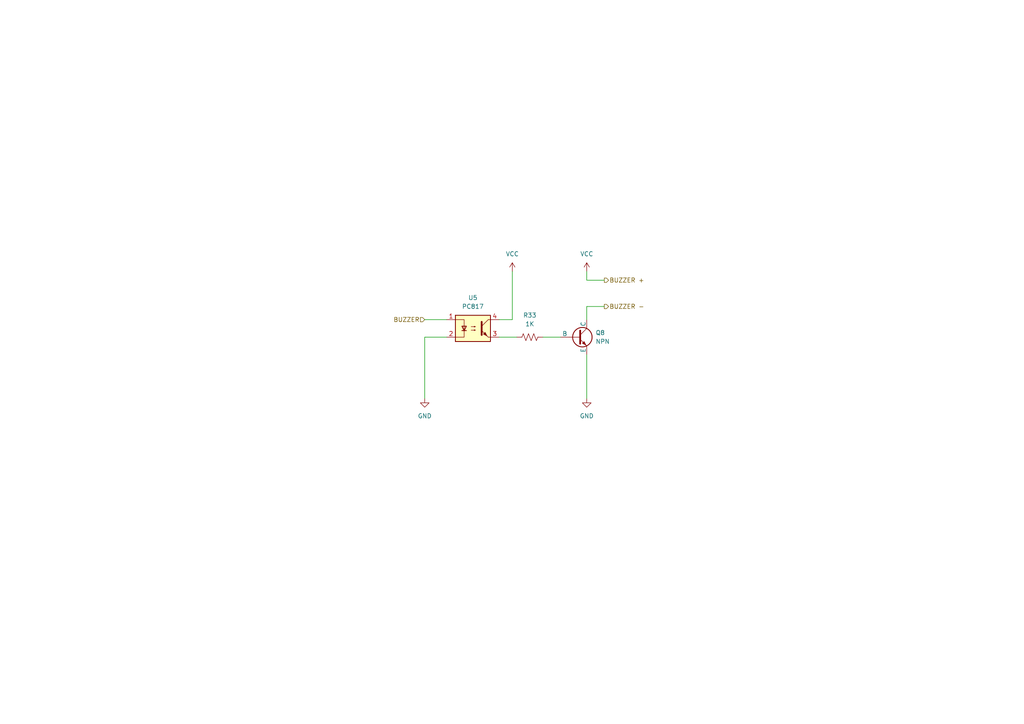
<source format=kicad_sch>
(kicad_sch (version 20250114) (generator "eeschema") (generator_version "9.0")
  (paper "A4")
  (lib_symbols
    (symbol "Device:R_US" (pin_numbers (hide yes)) (pin_names (offset 0))
      (property "Reference" "R" (at 2.54 0 90))
      (property "Value" "R_US" (at -2.54 0 90))
      (symbol "R_US_0_1"
        (polyline (pts (xy 0 2.286) (xy 0 2.54)))
        (polyline (pts (xy 0 2.286) (xy 1.016 1.905) (xy 0 1.524) (xy -1.016 1.143) (xy 0 0.762)))
        (polyline (pts (xy 0 0.762) (xy 1.016 0.381) (xy 0 0) (xy -1.016 -0.381) (xy 0 -0.762)))
        (polyline (pts (xy 0 -0.762) (xy 1.016 -1.143) (xy 0 -1.524) (xy -1.016 -1.905) (xy 0 -2.286)))
        (polyline (pts (xy 0 -2.286) (xy 0 -2.54)))
      )
      (symbol "R_US_1_1"
        (pin passive line (at 0 3.81 270) (length 1.27) (name "~") (number "1"))
        (pin passive line (at 0 -3.81 90) (length 1.27) (name "~") (number "2"))
      )
    )
    (symbol "Isolator:PC817" (pin_names (offset 1.016))
      (property "Reference" "U" (at -5.08 5.08 0))
      (property "Value" "PC817" (at 0 5.08 0))
      (symbol "PC817_0_1"
        (rectangle (start -5.08 3.81) (end 5.08 -3.81) (stroke (width 0.254)) (fill (type background)))
        (polyline (pts (xy -5.08 2.54) (xy -2.54 2.54) (xy -2.54 -0.635)))
        (polyline (pts (xy -3.175 -0.635) (xy -1.905 -0.635)) (stroke (width 0.254)))
        (polyline (pts (xy -2.54 -0.635) (xy -2.54 -2.54) (xy -5.08 -2.54)))
        (polyline (pts (xy -2.54 -0.635) (xy -3.175 0.635) (xy -1.905 0.635) (xy -2.54 -0.635)) (stroke (width 0.254)))
        (polyline (pts (xy -0.508 0.508) (xy 0.762 0.508) (xy 0.381 0.381) (xy 0.381 0.635) (xy 0.762 0.508)))
        (polyline (pts (xy -0.508 -0.508) (xy 0.762 -0.508) (xy 0.381 -0.635) (xy 0.381 -0.381) (xy 0.762 -0.508)))
        (polyline (pts (xy 2.54 1.905) (xy 2.54 -1.905) (xy 2.54 -1.905)) (stroke (width 0.508)))
        (polyline (pts (xy 2.54 0.635) (xy 4.445 2.54)))
        (polyline (pts (xy 3.048 -1.651) (xy 3.556 -1.143) (xy 4.064 -2.159) (xy 3.048 -1.651) (xy 3.048 -1.651)) (fill (type outline)))
        (polyline (pts (xy 4.445 2.54) (xy 5.08 2.54)))
        (polyline (pts (xy 4.445 -2.54) (xy 2.54 -0.635)) (fill (type outline)))
        (polyline (pts (xy 4.445 -2.54) (xy 5.08 -2.54)))
      )
      (symbol "PC817_1_1"
        (pin passive line (at -7.62 2.54 0) (length 2.54) (name "~") (number "1"))
        (pin passive line (at -7.62 -2.54 0) (length 2.54) (name "~") (number "2"))
        (pin passive line (at 7.62 2.54 180) (length 2.54) (name "~") (number "4"))
        (pin passive line (at 7.62 -2.54 180) (length 2.54) (name "~") (number "3"))
      )
    )
    (symbol "Simulation_SPICE:NPN" (pin_numbers (hide yes)) (pin_names (offset 0))
      (property "Reference" "Q" (at -2.54 7.62 0))
      (property "Value" "NPN" (at -2.54 5.08 0))
      (symbol "NPN_0_1"
        (polyline (pts (xy -2.54 0) (xy 0.635 0)) (stroke (width 0.1524)))
        (polyline (pts (xy 0.635 1.905) (xy 0.635 -1.905) (xy 0.635 -1.905)) (stroke (width 0.508)))
        (polyline (pts (xy 0.635 0.635) (xy 2.54 2.54)))
        (polyline (pts (xy 0.635 -0.635) (xy 2.54 -2.54) (xy 2.54 -2.54)))
        (circle (center 1.27 0) (radius 2.8194) (stroke (width 0.254)))
        (polyline (pts (xy 1.27 -1.778) (xy 1.778 -1.27) (xy 2.286 -2.286) (xy 1.27 -1.778) (xy 1.27 -1.778)) (fill (type outline)))
        (polyline (pts (xy 2.794 -1.27) (xy 2.794 -1.27)) (stroke (width 0.1524)))
        (polyline (pts (xy 2.794 -1.27) (xy 2.794 -1.27)) (stroke (width 0.1524)))
      )
      (symbol "NPN_1_1"
        (pin input line (at -5.08 0 0) (length 2.54) (name "B") (number "2"))
        (pin open_collector line (at 2.54 5.08 270) (length 2.54) (name "C") (number "1"))
        (pin open_emitter line (at 2.54 -5.08 90) (length 2.54) (name "E") (number "3"))
      )
    )
    (symbol "power:GND" (power) (pin_numbers (hide yes)) (pin_names (offset 0) (hide yes))
      (property "Value" "GND" (at 0 -3.81 0))
      (symbol "GND_0_1"
        (polyline (pts (xy 0 0) (xy 0 -1.27) (xy 1.27 -1.27) (xy 0 -2.54) (xy -1.27 -1.27) (xy 0 -1.27)))
      )
      (symbol "GND_1_1"
        (pin power_in line (at 0 0 270) (length 0) (name "~") (number "1"))
      )
    )
    (symbol "power:VCC" (power) (pin_numbers (hide yes)) (pin_names (offset 0) (hide yes))
      (property "Value" "VCC" (at 0 3.556 0))
      (symbol "VCC_0_1"
        (polyline (pts (xy -0.762 1.27) (xy 0 2.54)))
        (polyline (pts (xy 0 2.54) (xy 0.762 1.27)))
        (polyline (pts (xy 0 0) (xy 0 2.54)))
      )
      (symbol "VCC_1_1"
        (pin power_in line (at 0 0 90) (length 0) (name "~") (number "1"))
      )
    )
  )
  (wire (pts (xy 157.48 97.79) (xy 162.56 97.79)))
  (wire (pts (xy 144.78 92.71) (xy 148.59 92.71)))
  (wire (pts (xy 123.19 92.71) (xy 129.54 92.71)))
  (wire (pts (xy 123.19 97.79) (xy 129.54 97.79)))
  (wire (pts (xy 170.18 88.9) (xy 175.26 88.9)))
  (wire (pts (xy 148.59 78.74) (xy 148.59 92.71)))
  (wire (pts (xy 170.18 81.28) (xy 170.18 78.74)))
  (wire (pts (xy 123.19 115.57) (xy 123.19 97.79)))
  (wire (pts (xy 170.18 81.28) (xy 175.26 81.28)))
  (wire (pts (xy 144.78 97.79) (xy 149.86 97.79)))
  (wire (pts (xy 170.18 102.87) (xy 170.18 115.57)))
  (wire (pts (xy 170.18 88.9) (xy 170.18 92.71)))
  (hierarchical_label "BUZZER -" (shape output) (at 175.26 88.9 0))
  (hierarchical_label "BUZZER +" (shape output) (at 175.26 81.28 0))
  (hierarchical_label "BUZZER" (shape input) (at 123.19 92.71 180))
  (symbol (lib_id "power:VCC") (at 170.18 78.74 0) (unit 1)
    (property "Reference" "#PWR055" (effects (hide yes)))
    (property "Value" "VCC" (at 170.18 73.66 0))
    (property "Description" "Power symbol creates a global label with name \"VCC\"" (effects (hide yes)))
  )
  (symbol (lib_id "Device:R_US") (at 153.67 97.79 90) (unit 1)
    (property "Reference" "R33" (at 153.67 91.44 90))
    (property "Value" "1K" (at 153.67 93.98 90))
    (property "Description" "Resistor, US symbol" (effects (hide yes)))
  )
  (symbol (lib_id "Isolator:PC817") (at 137.16 95.25 0) (unit 1)
    (property "Reference" "U5" (at 137.16 86.36 0))
    (property "Value" "PC817" (at 137.16 88.9 0))
    (property "Footprint" "Package_DIP:DIP-4_W7.62mm" (effects (hide yes)))
    (property "Datasheet" "http://www.soselectronic.cz/a_info/resource/d/pc817.pdf" (effects (hide yes)))
    (property "Description" "DC Optocoupler, Vce 35V, CTR 50-300%, DIP-4" (effects (hide yes)))
  )
  (symbol (lib_id "Simulation_SPICE:NPN") (at 167.64 97.79 0) (unit 1)
    (property "Reference" "Q8" (at 172.72 96.5199 0) (effects (justify left)))
    (property "Value" "NPN" (at 172.72 99.0599 0) (effects (justify left)))
    (property "Datasheet" "https://ngspice.sourceforge.io/docs/ngspice-html-manual/manual.xhtml#cha_BJTs" (effects (hide yes)))
    (property "Description" "Bipolar transistor symbol for simulation only, substrate tied to the emitter" (effects (hide yes)))
    (property "Sim.Device" "NPN" (effects (hide yes)))
    (property "Sim.Type" "GUMMELPOON" (effects (hide yes)))
    (property "Sim.Pins" "1=C 2=B 3=E" (effects (hide yes)))
  )
  (symbol (lib_id "power:GND") (at 170.18 115.57 0) (unit 1)
    (property "Reference" "#PWR056" (effects (hide yes)))
    (property "Value" "GND" (at 170.18 120.65 0))
    (property "Description" "Power symbol creates a global label with name \"GND\" , ground" (effects (hide yes)))
  )
  (symbol (lib_id "power:GND") (at 123.19 115.57 0) (unit 1)
    (property "Reference" "#PWR049" (effects (hide yes)))
    (property "Value" "GND" (at 123.19 120.65 0))
    (property "Description" "Power symbol creates a global label with name \"GND\" , ground" (effects (hide yes)))
  )
  (symbol (lib_id "power:VCC") (at 148.59 78.74 0) (unit 1)
    (property "Reference" "#PWR050" (effects (hide yes)))
    (property "Value" "VCC" (at 148.59 73.66 0))
    (property "Description" "Power symbol creates a global label with name \"VCC\"" (effects (hide yes)))
  )
)
</source>
